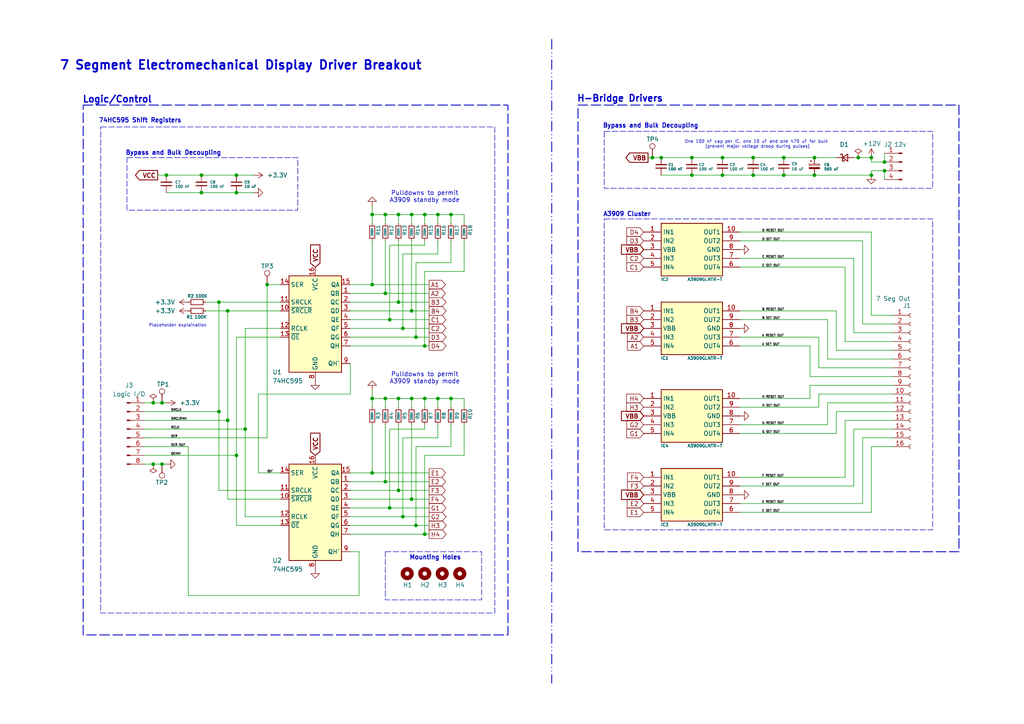
<source format=kicad_sch>
(kicad_sch (version 20250114) (generator "eeschema") (generator_version "9.0")
  (paper "A4")
  (rectangle (start 175.26 63.5) (end 270.51 153.67) (stroke (width 0) (type dash)))
  (rectangle (start 175.26 38.1) (end 270.51 54.61) (stroke (width 0) (type dash)))
  (rectangle (start 24.13 30.48) (end 147.32 184.15) (stroke (width 0.254) (type dash)))
  (rectangle (start 167.64 30.48) (end 278.13 160.02) (stroke (width 0.254) (type dash)))
  (rectangle (start 29.21 36.83) (end 143.51 177.8) (stroke (width 0) (type dash)))
  (rectangle (start 36.83 45.72) (end 86.36 60.96) (stroke (width 0) (type dash)))
  (rectangle (start 111.76 160.02) (end 139.7 173.99) (stroke (width 0) (type dash)))
  (text "Pulldowns to permit\nA3909 standby mode" (at 123.19 109.728 0) (effects (font (size 1.27 1.27) (thickness 0.1588))))
  (text "74HC595 Shift Registers" (at 40.64 35.052 0) (effects (font (size 1.27 1.27) (thickness 0.254) (bold yes))))
  (text "A3909 Cluster" (at 181.864 62.23 0) (effects (font (size 1.27 1.27) (thickness 0.254) (bold yes))))
  (text "7 Segment Electromechanical Display Driver Breakout" (at 69.85 19.05 0) (effects (font (size 2.54 2.54) (thickness 0.508) (bold yes))))
  (text "Placeholder explaination" (at 51.562 94.488 0) (effects (font (size 0.889 0.889) (thickness 0.1111))))
  (text "Bypass and Bulk Decoupling" (at 188.722 36.576 0) (effects (font (size 1.27 1.27) (thickness 0.254) (bold yes))))
  (text "One 100 nF cap per IC, one 10 uF and one 470 uF for bulk \n(prevent major voltage droop during pulses)" (at 219.71 41.91 0) (effects (font (size 0.889 0.889) (thickness 0.1111))))
  (text "Logic/Control" (at 34.036 28.956 0) (effects (font (size 1.905 1.905) (thickness 0.381) (bold yes))))
  (text "Mounting Holes" (at 126.238 161.798 0) (effects (font (size 1.27 1.27) (thickness 0.254) (bold yes))))
  (text "Pulldowns to permit\nA3909 standby mode" (at 123.19 57.15 0) (effects (font (size 1.27 1.27) (thickness 0.1588))))
  (text "Bypass and Bulk Decoupling" (at 50.292 44.45 0) (effects (font (size 1.27 1.27) (thickness 0.254) (bold yes))))
  (text "H-Bridge Drivers" (at 179.832 28.702 0) (effects (font (size 1.905 1.905) (thickness 0.381) (bold yes))))
  (junction (at 66.04 90.17))
  (junction (at 115.57 115.57))
  (junction (at 116.84 95.25))
  (junction (at 44.45 134.62))
  (junction (at 68.58 50.8))
  (junction (at 107.95 62.23))
  (junction (at 256.54 49.53))
  (junction (at 200.66 45.72))
  (junction (at 111.76 115.57))
  (junction (at 227.33 45.72))
  (junction (at 115.57 142.24))
  (junction (at 191.77 45.72))
  (junction (at 71.12 124.46))
  (junction (at 119.38 144.78))
  (junction (at 115.57 87.63))
  (junction (at 48.26 50.8))
  (junction (at 256.54 46.99))
  (junction (at 123.19 62.23))
  (junction (at 119.38 62.23))
  (junction (at 236.22 45.72))
  (junction (at 63.5 87.63))
  (junction (at 123.19 154.94))
  (junction (at 111.76 139.7))
  (junction (at 107.95 82.55))
  (junction (at 111.76 85.09))
  (junction (at 119.38 90.17))
  (junction (at 120.65 97.79))
  (junction (at 218.44 45.72))
  (junction (at 227.33 50.8))
  (junction (at 68.58 55.88))
  (junction (at 58.42 50.8))
  (junction (at 209.55 50.8))
  (junction (at 116.84 149.86))
  (junction (at 218.44 50.8))
  (junction (at 63.5 119.38))
  (junction (at 113.03 147.32))
  (junction (at 123.19 115.57))
  (junction (at 127 115.57))
  (junction (at 107.95 115.57))
  (junction (at 68.58 132.08))
  (junction (at 127 62.23))
  (junction (at 236.22 50.8))
  (junction (at 248.92 45.72))
  (junction (at 200.66 50.8))
  (junction (at 44.45 116.84))
  (junction (at 58.42 55.88))
  (junction (at 107.95 137.16))
  (junction (at 113.03 92.71))
  (junction (at 252.73 50.8))
  (junction (at 130.81 62.23))
  (junction (at 209.55 45.72))
  (junction (at 115.57 62.23))
  (junction (at 120.65 152.4))
  (junction (at 119.38 115.57))
  (junction (at 252.73 45.72))
  (junction (at 66.04 121.92))
  (junction (at 77.47 82.55))
  (junction (at 130.81 115.57))
  (junction (at 189.23 45.72))
  (junction (at 46.99 116.84))
  (junction (at 46.99 134.62))
  (junction (at 123.19 100.33))
  (junction (at 111.76 62.23))
  (wire (pts (xy 111.76 115.57) (xy 115.57 115.57)))
  (wire (pts (xy 234.95 111.76) (xy 259.08 111.76)))
  (wire (pts (xy 113.03 71.12) (xy 123.19 71.12)))
  (wire (pts (xy 71.12 124.46) (xy 71.12 149.86)))
  (wire (pts (xy 111.76 123.19) (xy 111.76 139.7)))
  (wire (pts (xy 120.65 129.54) (xy 120.65 152.4)))
  (wire (pts (xy 127 69.85) (xy 127 73.66)))
  (wire (pts (xy 227.33 45.72) (xy 236.22 45.72)))
  (wire (pts (xy 123.19 115.57) (xy 127 115.57)))
  (wire (pts (xy 101.6 142.24) (xy 115.57 142.24)))
  (wire (pts (xy 214.63 148.59) (xy 252.73 148.59)))
  (wire (pts (xy 250.19 146.05) (xy 250.19 127)))
  (wire (pts (xy 115.57 64.77) (xy 115.57 62.23)))
  (wire (pts (xy 44.45 116.84) (xy 41.91 116.84)))
  (wire (pts (xy 242.57 101.6) (xy 259.08 101.6)))
  (wire (pts (xy 101.6 114.3) (xy 74.93 114.3)))
  (wire (pts (xy 41.91 121.92) (xy 66.04 121.92)))
  (wire (pts (xy 120.65 129.54) (xy 130.81 129.54)))
  (wire (pts (xy 234.95 109.22) (xy 259.08 109.22)))
  (wire (pts (xy 227.33 50.8) (xy 218.44 50.8)))
  (wire (pts (xy 252.73 91.44) (xy 259.08 91.44)))
  (wire (pts (xy 240.03 92.71) (xy 240.03 104.14)))
  (wire (pts (xy 63.5 119.38) (xy 63.5 142.24)))
  (wire (pts (xy 234.95 115.57) (xy 234.95 111.76)))
  (wire (pts (xy 234.95 100.33) (xy 234.95 109.22)))
  (wire (pts (xy 111.76 139.7) (xy 124.46 139.7)))
  (wire (pts (xy 214.63 74.93) (xy 247.65 74.93)))
  (wire (pts (xy 123.19 115.57) (xy 123.19 118.11)))
  (wire (pts (xy 66.04 144.78) (xy 81.28 144.78)))
  (wire (pts (xy 191.77 45.72) (xy 200.66 45.72)))
  (wire (pts (xy 119.38 62.23) (xy 123.19 62.23)))
  (wire (pts (xy 101.6 139.7) (xy 111.76 139.7)))
  (wire (pts (xy 45.72 50.8) (xy 48.26 50.8)))
  (wire (pts (xy 101.6 160.02) (xy 104.14 160.02)))
  (wire (pts (xy 214.63 90.17) (xy 242.57 90.17)))
  (wire (pts (xy 214.63 140.97) (xy 247.65 140.97)))
  (wire (pts (xy 101.6 152.4) (xy 120.65 152.4)))
  (wire (pts (xy 44.45 134.62) (xy 41.91 134.62)))
  (wire (pts (xy 101.6 147.32) (xy 113.03 147.32)))
  (wire (pts (xy 214.63 77.47) (xy 245.11 77.47)))
  (wire (pts (xy 236.22 45.72) (xy 242.57 45.72)))
  (wire (pts (xy 59.69 87.63) (xy 63.5 87.63)))
  (wire (pts (xy 111.76 62.23) (xy 111.76 64.77)))
  (wire (pts (xy 245.11 77.47) (xy 245.11 99.06)))
  (wire (pts (xy 58.42 50.8) (xy 68.58 50.8)))
  (wire (pts (xy 116.84 73.66) (xy 116.84 95.25)))
  (wire (pts (xy 245.11 138.43) (xy 245.11 121.92)))
  (wire (pts (xy 71.12 95.25) (xy 71.12 124.46)))
  (wire (pts (xy 252.73 49.53) (xy 252.73 50.8)))
  (wire (pts (xy 101.6 149.86) (xy 116.84 149.86)))
  (wire (pts (xy 130.81 62.23) (xy 130.81 64.77)))
  (wire (pts (xy 237.49 106.68) (xy 259.08 106.68)))
  (wire (pts (xy 252.73 45.72) (xy 248.92 45.72)))
  (wire (pts (xy 214.63 100.33) (xy 234.95 100.33)))
  (wire (pts (xy 130.81 62.23) (xy 134.62 62.23)))
  (wire (pts (xy 209.55 45.72) (xy 200.66 45.72)))
  (wire (pts (xy 115.57 62.23) (xy 119.38 62.23)))
  (wire (pts (xy 123.19 132.08) (xy 134.62 132.08)))
  (wire (pts (xy 209.55 45.72) (xy 218.44 45.72)))
  (wire (pts (xy 101.6 92.71) (xy 113.03 92.71)))
  (wire (pts (xy 127 62.23) (xy 130.81 62.23)))
  (wire (pts (xy 242.57 125.73) (xy 242.57 119.38)))
  (wire (pts (xy 101.6 154.94) (xy 123.19 154.94)))
  (wire (pts (xy 123.19 123.19) (xy 123.19 124.46)))
  (wire (pts (xy 242.57 90.17) (xy 242.57 101.6)))
  (wire (pts (xy 130.81 76.2) (xy 130.81 69.85)))
  (wire (pts (xy 119.38 144.78) (xy 124.46 144.78)))
  (wire (pts (xy 119.38 62.23) (xy 119.38 64.77)))
  (wire (pts (xy 77.47 82.55) (xy 77.47 127)))
  (wire (pts (xy 130.81 129.54) (xy 130.81 123.19)))
  (wire (pts (xy 250.19 127) (xy 259.08 127)))
  (wire (pts (xy 123.19 62.23) (xy 123.19 64.77)))
  (wire (pts (xy 209.55 50.8) (xy 218.44 50.8)))
  (wire (pts (xy 101.6 97.79) (xy 120.65 97.79)))
  (wire (pts (xy 191.77 50.8) (xy 200.66 50.8)))
  (wire (pts (xy 107.95 69.85) (xy 107.95 82.55)))
  (wire (pts (xy 101.6 85.09) (xy 111.76 85.09)))
  (wire (pts (xy 101.6 144.78) (xy 119.38 144.78)))
  (wire (pts (xy 59.69 90.17) (xy 66.04 90.17)))
  (wire (pts (xy 227.33 50.8) (xy 236.22 50.8)))
  (wire (pts (xy 123.19 71.12) (xy 123.19 69.85)))
  (wire (pts (xy 240.03 104.14) (xy 259.08 104.14)))
  (wire (pts (xy 123.19 100.33) (xy 124.46 100.33)))
  (wire (pts (xy 252.73 67.31) (xy 252.73 91.44)))
  (wire (pts (xy 130.81 115.57) (xy 134.62 115.57)))
  (wire (pts (xy 127 62.23) (xy 127 64.77)))
  (wire (pts (xy 214.63 138.43) (xy 245.11 138.43)))
  (wire (pts (xy 107.95 137.16) (xy 124.46 137.16)))
  (wire (pts (xy 107.95 59.69) (xy 107.95 62.23)))
  (wire (pts (xy 41.91 124.46) (xy 71.12 124.46)))
  (wire (pts (xy 214.63 92.71) (xy 240.03 92.71)))
  (wire (pts (xy 127 127) (xy 127 123.19)))
  (wire (pts (xy 107.95 115.57) (xy 111.76 115.57)))
  (wire (pts (xy 107.95 82.55) (xy 124.46 82.55)))
  (wire (pts (xy 48.26 55.88) (xy 58.42 55.88)))
  (wire (pts (xy 256.54 49.53) (xy 256.54 52.07)))
  (wire (pts (xy 227.33 45.72) (xy 218.44 45.72)))
  (wire (pts (xy 63.5 87.63) (xy 81.28 87.63)))
  (wire (pts (xy 120.65 76.2) (xy 120.65 97.79)))
  (wire (pts (xy 101.6 105.41) (xy 101.6 114.3)))
  (wire (pts (xy 130.81 115.57) (xy 130.81 118.11)))
  (wire (pts (xy 237.49 97.79) (xy 237.49 106.68)))
  (wire (pts (xy 245.11 121.92) (xy 259.08 121.92)))
  (wire (pts (xy 58.42 55.88) (xy 68.58 55.88)))
  (wire (pts (xy 111.76 85.09) (xy 124.46 85.09)))
  (wire (pts (xy 46.99 134.62) (xy 44.45 134.62)))
  (wire (pts (xy 41.91 119.38) (xy 63.5 119.38)))
  (wire (pts (xy 104.14 172.72) (xy 54.61 172.72)))
  (wire (pts (xy 248.92 45.72) (xy 247.65 45.72)))
  (wire (pts (xy 120.65 152.4) (xy 124.46 152.4)))
  (wire (pts (xy 77.47 82.55) (xy 81.28 82.55)))
  (wire (pts (xy 115.57 115.57) (xy 119.38 115.57)))
  (wire (pts (xy 46.99 116.84) (xy 44.45 116.84)))
  (wire (pts (xy 214.63 118.11) (xy 237.49 118.11)))
  (wire (pts (xy 242.57 119.38) (xy 259.08 119.38)))
  (wire (pts (xy 101.6 95.25) (xy 116.84 95.25)))
  (wire (pts (xy 111.76 115.57) (xy 111.76 118.11)))
  (wire (pts (xy 187.96 45.72) (xy 189.23 45.72)))
  (wire (pts (xy 101.6 137.16) (xy 107.95 137.16)))
  (wire (pts (xy 74.93 114.3) (xy 74.93 137.16)))
  (wire (pts (xy 104.14 160.02) (xy 104.14 172.72)))
  (wire (pts (xy 115.57 142.24) (xy 124.46 142.24)))
  (wire (pts (xy 63.5 142.24) (xy 81.28 142.24)))
  (wire (pts (xy 247.65 74.93) (xy 247.65 96.52)))
  (wire (pts (xy 66.04 144.78) (xy 66.04 121.92)))
  (wire (pts (xy 107.95 62.23) (xy 111.76 62.23)))
  (wire (pts (xy 115.57 87.63) (xy 124.46 87.63)))
  (wire (pts (xy 214.63 69.85) (xy 250.19 69.85)))
  (wire (pts (xy 73.66 55.88) (xy 68.58 55.88)))
  (wire (pts (xy 256.54 44.45) (xy 256.54 46.99)))
  (wire (pts (xy 119.38 115.57) (xy 119.38 118.11)))
  (wire (pts (xy 116.84 73.66) (xy 127 73.66)))
  (wire (pts (xy 111.76 69.85) (xy 111.76 85.09)))
  (wire (pts (xy 113.03 71.12) (xy 113.03 92.71)))
  (wire (pts (xy 119.38 90.17) (xy 124.46 90.17)))
  (wire (pts (xy 115.57 123.19) (xy 115.57 142.24)))
  (wire (pts (xy 107.95 64.77) (xy 107.95 62.23)))
  (wire (pts (xy 134.62 132.08) (xy 134.62 123.19)))
  (wire (pts (xy 214.63 146.05) (xy 250.19 146.05)))
  (wire (pts (xy 119.38 69.85) (xy 119.38 90.17)))
  (wire (pts (xy 120.65 97.79) (xy 124.46 97.79)))
  (polyline (pts (xy 160.02 11.43) (xy 160.02 198.12)) (stroke (width 0.254) (type dash_dot_dot)))
  (wire (pts (xy 68.58 50.8) (xy 73.66 50.8)))
  (wire (pts (xy 245.11 99.06) (xy 259.08 99.06)))
  (wire (pts (xy 127 115.57) (xy 130.81 115.57)))
  (wire (pts (xy 113.03 124.46) (xy 123.19 124.46)))
  (wire (pts (xy 134.62 78.74) (xy 123.19 78.74)))
  (wire (pts (xy 54.61 172.72) (xy 54.61 129.54)))
  (wire (pts (xy 116.84 149.86) (xy 124.46 149.86)))
  (wire (pts (xy 123.19 154.94) (xy 124.46 154.94)))
  (wire (pts (xy 250.19 93.98) (xy 259.08 93.98)))
  (wire (pts (xy 214.63 115.57) (xy 234.95 115.57)))
  (wire (pts (xy 256.54 46.99) (xy 252.73 46.99)))
  (wire (pts (xy 116.84 127) (xy 127 127)))
  (wire (pts (xy 113.03 124.46) (xy 113.03 147.32)))
  (wire (pts (xy 107.95 118.11) (xy 107.95 115.57)))
  (wire (pts (xy 111.76 62.23) (xy 115.57 62.23)))
  (wire (pts (xy 252.73 50.8) (xy 236.22 50.8)))
  (wire (pts (xy 71.12 95.25) (xy 81.28 95.25)))
  (wire (pts (xy 252.73 148.59) (xy 252.73 129.54)))
  (wire (pts (xy 115.57 115.57) (xy 115.57 118.11)))
  (wire (pts (xy 247.65 140.97) (xy 247.65 124.46)))
  (wire (pts (xy 134.62 62.23) (xy 134.62 64.77)))
  (wire (pts (xy 54.61 129.54) (xy 41.91 129.54)))
  (wire (pts (xy 113.03 147.32) (xy 124.46 147.32)))
  (wire (pts (xy 48.26 50.8) (xy 58.42 50.8)))
  (wire (pts (xy 134.62 78.74) (xy 134.62 69.85)))
  (wire (pts (xy 127 115.57) (xy 127 118.11)))
  (wire (pts (xy 115.57 69.85) (xy 115.57 87.63)))
  (wire (pts (xy 134.62 115.57) (xy 134.62 118.11)))
  (wire (pts (xy 77.47 127) (xy 41.91 127)))
  (wire (pts (xy 101.6 82.55) (xy 107.95 82.55)))
  (wire (pts (xy 123.19 78.74) (xy 123.19 100.33)))
  (wire (pts (xy 237.49 114.3) (xy 259.08 114.3)))
  (wire (pts (xy 119.38 123.19) (xy 119.38 144.78)))
  (wire (pts (xy 120.65 76.2) (xy 130.81 76.2)))
  (wire (pts (xy 214.63 123.19) (xy 240.03 123.19)))
  (wire (pts (xy 101.6 100.33) (xy 123.19 100.33)))
  (wire (pts (xy 68.58 97.79) (xy 81.28 97.79)))
  (wire (pts (xy 66.04 90.17) (xy 81.28 90.17)))
  (wire (pts (xy 123.19 62.23) (xy 127 62.23)))
  (wire (pts (xy 101.6 87.63) (xy 115.57 87.63)))
  (wire (pts (xy 256.54 49.53) (xy 252.73 49.53)))
  (wire (pts (xy 41.91 132.08) (xy 68.58 132.08)))
  (wire (pts (xy 252.73 129.54) (xy 259.08 129.54)))
  (wire (pts (xy 250.19 69.85) (xy 250.19 93.98)))
  (wire (pts (xy 214.63 125.73) (xy 242.57 125.73)))
  (wire (pts (xy 247.65 96.52) (xy 259.08 96.52)))
  (wire (pts (xy 116.84 95.25) (xy 124.46 95.25)))
  (wire (pts (xy 113.03 92.71) (xy 124.46 92.71)))
  (wire (pts (xy 209.55 50.8) (xy 200.66 50.8)))
  (wire (pts (xy 214.63 97.79) (xy 237.49 97.79)))
  (wire (pts (xy 68.58 132.08) (xy 68.58 152.4)))
  (wire (pts (xy 189.23 45.72) (xy 191.77 45.72)))
  (wire (pts (xy 101.6 90.17) (xy 119.38 90.17)))
  (wire (pts (xy 240.03 123.19) (xy 240.03 116.84)))
  (wire (pts (xy 237.49 118.11) (xy 237.49 114.3)))
  (wire (pts (xy 71.12 149.86) (xy 81.28 149.86)))
  (wire (pts (xy 46.99 116.84) (xy 48.26 116.84)))
  (wire (pts (xy 119.38 115.57) (xy 123.19 115.57)))
  (wire (pts (xy 247.65 124.46) (xy 259.08 124.46)))
  (wire (pts (xy 252.73 46.99) (xy 252.73 45.72)))
  (wire (pts (xy 107.95 123.19) (xy 107.95 137.16)))
  (wire (pts (xy 66.04 90.17) (xy 66.04 121.92)))
  (wire (pts (xy 68.58 152.4) (xy 81.28 152.4)))
  (wire (pts (xy 68.58 97.79) (xy 68.58 132.08)))
  (wire (pts (xy 240.03 116.84) (xy 259.08 116.84)))
  (wire (pts (xy 63.5 119.38) (xy 63.5 87.63)))
  (wire (pts (xy 48.26 134.62) (xy 46.99 134.62)))
  (wire (pts (xy 123.19 132.08) (xy 123.19 154.94)))
  (wire (pts (xy 214.63 67.31) (xy 252.73 67.31)))
  (wire (pts (xy 74.93 137.16) (xy 81.28 137.16)))
  (wire (pts (xy 107.95 113.03) (xy 107.95 115.57)))
  (wire (pts (xy 116.84 127) (xy 116.84 149.86)))
  (label "SER OUT" (at 49.53 129.54 0) (effects (font (size 0.635 0.635))))
  (label "H RESET OUT" (at 220.98 115.57 0) (effects (font (size 0.635 0.635))))
  (label "RCLK" (at 49.53 124.46 0) (effects (font (size 0.635 0.635))))
  (label "F SET OUT" (at 220.98 140.97 0) (effects (font (size 0.635 0.635))))
  (label "QH'" (at 77.47 137.16 0) (effects (font (size 0.635 0.635))))
  (label "A RESET OUT" (at 220.98 97.79 0) (effects (font (size 0.635 0.635))))
  (label "B SET OUT" (at 220.98 92.71 0) (effects (font (size 0.635 0.635))))
  (label "OEINV" (at 49.53 132.08 0) (effects (font (size 0.635 0.635))))
  (label "A SET OUT" (at 220.98 100.33 0) (effects (font (size 0.635 0.635))))
  (label "SER" (at 49.53 127 0) (effects (font (size 0.635 0.635))))
  (label "G SET OUT" (at 220.98 125.73 0) (effects (font (size 0.635 0.635))))
  (label "G RESET OUT" (at 220.98 123.19 0) (effects (font (size 0.635 0.635))))
  (label "E RESET OUT" (at 220.98 146.05 0) (effects (font (size 0.635 0.635))))
  (label "H SET OUT" (at 220.98 118.11 0) (effects (font (size 0.635 0.635))))
  (label "E SET OUT" (at 220.98 148.59 0) (effects (font (size 0.635 0.635))))
  (label "C SET OUT" (at 220.98 77.47 0) (effects (font (size 0.635 0.635))))
  (label "B RESET OUT" (at 220.98 90.17 0) (effects (font (size 0.635 0.635))))
  (label "C RESET OUT" (at 220.98 74.93 0) (effects (font (size 0.635 0.635))))
  (label "D RESET OUT" (at 220.98 67.31 0) (effects (font (size 0.635 0.635))))
  (label "F RESET OUT" (at 220.98 138.43 0) (effects (font (size 0.635 0.635))))
  (label "D SET OUT" (at 220.98 69.85 0) (effects (font (size 0.635 0.635))))
  (label "SRCLRINV" (at 49.53 121.92 0) (effects (font (size 0.635 0.635))))
  (label "SRCLK" (at 49.53 119.38 0) (effects (font (size 0.635 0.635))))
  (global_label "F3" (shape output) (at 124.46 142.24 0) (property "Intersheetrefs" "${INTERSHEET_REFS}" (effects (hide yes))))
  (global_label "G1" (shape input) (at 186.69 125.73 180) (property "Intersheetrefs" "${INTERSHEET_REFS}" (effects (hide yes))))
  (global_label "E2" (shape input) (at 186.69 146.05 180) (property "Intersheetrefs" "${INTERSHEET_REFS}" (effects (hide yes))))
  (global_label "H3" (shape output) (at 124.46 152.4 0) (property "Intersheetrefs" "${INTERSHEET_REFS}" (effects (hide yes))))
  (global_label "B4" (shape input) (at 186.69 90.17 180) (property "Intersheetrefs" "${INTERSHEET_REFS}" (effects (hide yes))))
  (global_label "B3" (shape output) (at 124.46 87.63 0) (property "Intersheetrefs" "${INTERSHEET_REFS}" (effects (hide yes))))
  (global_label "C1" (shape input) (at 186.69 77.47 180) (property "Intersheetrefs" "${INTERSHEET_REFS}" (effects (hide yes))))
  (global_label "F4" (shape input) (at 186.69 138.43 180) (property "Intersheetrefs" "${INTERSHEET_REFS}" (effects (hide yes))))
  (global_label "F3" (shape input) (at 186.69 140.97 180) (property "Intersheetrefs" "${INTERSHEET_REFS}" (effects (hide yes))))
  (global_label "VCC" (shape input) (at 91.44 77.47 90) (effects (font (thickness 0.254) (bold yes))) (property "Intersheetrefs" "${INTERSHEET_REFS}" (effects (hide yes))))
  (global_label "VCC" (shape input) (at 91.44 132.08 90) (effects (font (thickness 0.254) (bold yes))) (property "Intersheetrefs" "${INTERSHEET_REFS}" (effects (hide yes))))
  (global_label "VBB" (shape input) (at 186.69 143.51 180) (effects (font (thickness 0.254) (bold yes))) (property "Intersheetrefs" "${INTERSHEET_REFS}" (effects (hide yes))))
  (global_label "A1" (shape input) (at 186.69 100.33 180) (property "Intersheetrefs" "${INTERSHEET_REFS}" (effects (hide yes))))
  (global_label "H3" (shape input) (at 186.69 118.11 180) (property "Intersheetrefs" "${INTERSHEET_REFS}" (effects (hide yes))))
  (global_label "VBB" (shape input) (at 186.69 72.39 180) (effects (font (thickness 0.254) (bold yes))) (property "Intersheetrefs" "${INTERSHEET_REFS}" (effects (hide yes))))
  (global_label "D3" (shape output) (at 124.46 97.79 0) (property "Intersheetrefs" "${INTERSHEET_REFS}" (effects (hide yes))))
  (global_label "VBB" (shape input) (at 186.69 120.65 180) (effects (font (thickness 0.254) (bold yes))) (property "Intersheetrefs" "${INTERSHEET_REFS}" (effects (hide yes))))
  (global_label "C2" (shape output) (at 124.46 95.25 0) (property "Intersheetrefs" "${INTERSHEET_REFS}" (effects (hide yes))))
  (global_label "E1" (shape output) (at 124.46 137.16 0) (property "Intersheetrefs" "${INTERSHEET_REFS}" (effects (hide yes))))
  (global_label "E2" (shape output) (at 124.46 139.7 0) (property "Intersheetrefs" "${INTERSHEET_REFS}" (effects (hide yes))))
  (global_label "B4" (shape output) (at 124.46 90.17 0) (property "Intersheetrefs" "${INTERSHEET_REFS}" (effects (hide yes))))
  (global_label "D3" (shape input) (at 186.69 69.85 180) (property "Intersheetrefs" "${INTERSHEET_REFS}" (effects (hide yes))))
  (global_label "E1" (shape input) (at 186.69 148.59 180) (property "Intersheetrefs" "${INTERSHEET_REFS}" (effects (hide yes))))
  (global_label "G2" (shape output) (at 124.46 149.86 0) (property "Intersheetrefs" "${INTERSHEET_REFS}" (effects (hide yes))))
  (global_label "F4" (shape output) (at 124.46 144.78 0) (property "Intersheetrefs" "${INTERSHEET_REFS}" (effects (hide yes))))
  (global_label "D4" (shape input) (at 186.69 67.31 180) (property "Intersheetrefs" "${INTERSHEET_REFS}" (effects (hide yes))))
  (global_label "A2" (shape output) (at 124.46 85.09 0) (property "Intersheetrefs" "${INTERSHEET_REFS}" (effects (hide yes))))
  (global_label "A2" (shape input) (at 186.69 97.79 180) (property "Intersheetrefs" "${INTERSHEET_REFS}" (effects (hide yes))))
  (global_label "G2" (shape input) (at 186.69 123.19 180) (property "Intersheetrefs" "${INTERSHEET_REFS}" (effects (hide yes))))
  (global_label "A1" (shape output) (at 124.46 82.55 0) (property "Intersheetrefs" "${INTERSHEET_REFS}" (effects (hide yes))))
  (global_label "H4" (shape input) (at 186.69 115.57 180) (property "Intersheetrefs" "${INTERSHEET_REFS}" (effects (hide yes))))
  (global_label "C1" (shape output) (at 124.46 92.71 0) (property "Intersheetrefs" "${INTERSHEET_REFS}" (effects (hide yes))))
  (global_label "D4" (shape output) (at 124.46 100.33 0) (property "Intersheetrefs" "${INTERSHEET_REFS}" (effects (hide yes))))
  (global_label "B3" (shape input) (at 186.69 92.71 180) (property "Intersheetrefs" "${INTERSHEET_REFS}" (effects (hide yes))))
  (global_label "VBB" (shape output) (at 187.96 45.72 180) (effects (font (thickness 0.254) (bold yes))) (property "Intersheetrefs" "${INTERSHEET_REFS}" (effects (hide yes))))
  (global_label "VCC" (shape output) (at 45.72 50.8 180) (effects (font (thickness 0.254) (bold yes))) (property "Intersheetrefs" "${INTERSHEET_REFS}" (effects (hide yes))))
  (global_label "G1" (shape output) (at 124.46 147.32 0) (property "Intersheetrefs" "${INTERSHEET_REFS}" (effects (hide yes))))
  (global_label "H4" (shape output) (at 124.46 154.94 0) (property "Intersheetrefs" "${INTERSHEET_REFS}" (effects (hide yes))))
  (global_label "VBB" (shape input) (at 186.69 95.25 180) (effects (font (thickness 0.254) (bold yes))) (property "Intersheetrefs" "${INTERSHEET_REFS}" (effects (hide yes))))
  (global_label "C2" (shape input) (at 186.69 74.93 180) (property "Intersheetrefs" "${INTERSHEET_REFS}" (effects (hide yes))))
  (symbol (lib_id "Mechanical:MountingHole") (at 133.35 166.37 0) (unit 1) (in_bom no)
    (property "Reference" "H4" (at 132.08 169.672 0) (effects (justify left)))
    (property "Value" "MountingHole" (effects (hide yes)))
    (property "Footprint" "MountingHole:MountingHole_2.2mm_M2" (effects (hide yes)))
    (property "Description" "Mounting Hole without connection" (effects (hide yes)))
  )
  (symbol (lib_id "Connector:TestPoint") (at 46.99 134.62 0) (mirror x) (unit 1) (in_bom no)
    (property "Reference" "TP2" (at 48.768 139.954 0) (effects (justify right)))
    (property "Value" "GND" (effects (hide yes)))
    (property "Footprint" "TestPoint:TestPoint_Pad_D1.5mm" (effects (hide yes)))
    (property "Description" "ground test point" (effects (hide yes)))
  )
  (symbol (lib_id "power:GND") (at 73.66 55.88 90) (unit 1)
    (property "Reference" "#PWR019" (effects (hide yes)))
    (property "Value" "GND" (effects (hide yes)))
    (property "Description" "Power symbol creates a global label with name \"GND\" , ground" (effects (hide yes)))
  )
  (symbol (lib_id "power:+3.3V") (at 48.26 116.84 270) (unit 1)
    (property "Reference" "#PWR01" (effects (hide yes)))
    (property "Value" "+3.3V" (at 52.07 116.8399 90) (effects (justify left)))
    (property "Description" "Power symbol creates a global label with name \"+3.3V\"" (effects (hide yes)))
  )
  (symbol (lib_id "Device:C_Small") (at 191.77 48.26 180) (unit 1)
    (property "Reference" "C1" (at 193.802 47.752 0) (effects (font (size 0.762 0.762)) (justify right)))
    (property "Value" "100 nF" (at 193.802 49.022 0) (effects (font (size 0.762 0.762)) (justify right)))
    (property "Footprint" "Capacitor_SMD:C_0402_1005Metric" (effects (hide yes)))
    (property "Datasheet" "https://www.lcsc.com/datasheet/C155422.pdf" (effects (hide yes)))
    (property "Description" "Unpolarized capacitor, small symbol" (effects (hide yes)))
    (property "Manufacturer part #" "CL05B104KA5NNNC" (effects (hide yes)))
    (property "JLPCB part #" "C155422" (effects (hide yes)))
    (property "Comment" "CAP CER 100nF 25V X7R 0402" (effects (hide yes)))
    (property "Designator" "C1-4,C7,C8" (effects (hide yes)))
    (property "LCSC" "C155422" (effects (hide yes)))
  )
  (symbol (lib_id "Device:R_Small") (at 115.57 120.65 0) (unit 1)
    (property "Reference" "R5" (at 117.348 121.666 90) (effects (font (size 1.016 1.016)) (justify left)))
    (property "Value" "200K" (at 115.57 121.92 90) (effects (font (size 0.635 0.635)) (justify left)))
    (property "Footprint" "Resistor_SMD:R_0402_1005Metric" (effects (hide yes)))
    (property "Datasheet" "https://www.lcsc.com/datasheet/C25764.pdf" (effects (hide yes)))
    (property "Description" "Resistor, small symbol" (effects (hide yes)))
    (property "JLPCB part #" "C25764" (effects (hide yes)))
    (property "Manufacturer part #" "0402WGF2003TCE" (effects (hide yes)))
    (property "Comment" "RES 200kΩ ±1% 62.5mW 0402" (effects (hide yes)))
    (property "Designator" "R3-R18" (effects (hide yes)))
    (property "LCSC" "C25764" (effects (hide yes)))
  )
  (symbol (lib_id "Device:R_Small") (at 111.76 67.31 0) (unit 1)
    (property "Reference" "R12" (at 113.538 68.326 90) (effects (font (size 1.016 1.016)) (justify left)))
    (property "Value" "200K" (at 111.76 68.58 90) (effects (font (size 0.635 0.635)) (justify left)))
    (property "Footprint" "Resistor_SMD:R_0402_1005Metric" (effects (hide yes)))
    (property "Datasheet" "https://www.lcsc.com/datasheet/C25764.pdf" (effects (hide yes)))
    (property "Description" "Resistor, small symbol" (effects (hide yes)))
    (property "JLPCB part #" "C25764" (effects (hide yes)))
    (property "Manufacturer part #" "0402WGF2003TCE" (effects (hide yes)))
    (property "Comment" "RES 200kΩ ±1% 62.5mW 0402" (effects (hide yes)))
    (property "Designator" "R3-R18" (effects (hide yes)))
    (property "LCSC" "C25764" (effects (hide yes)))
  )
  (symbol (lib_id "Device:R_Small") (at 134.62 67.31 0) (unit 1)
    (property "Reference" "R18" (at 136.398 68.326 90) (effects (font (size 1.016 1.016)) (justify left)))
    (property "Value" "200K" (at 134.62 68.58 90) (effects (font (size 0.635 0.635)) (justify left)))
    (property "Footprint" "Resistor_SMD:R_0402_1005Metric" (effects (hide yes)))
    (property "Datasheet" "https://www.lcsc.com/datasheet/C25764.pdf" (effects (hide yes)))
    (property "Description" "Resistor, small symbol" (effects (hide yes)))
    (property "JLPCB part #" "C25764" (effects (hide yes)))
    (property "Manufacturer part #" "0402WGF2003TCE" (effects (hide yes)))
    (property "Comment" "RES 200kΩ ±1% 62.5mW 0402" (effects (hide yes)))
    (property "Designator" "R3-R18" (effects (hide yes)))
    (property "LCSC" "C25764" (effects (hide yes)))
  )
  (symbol (lib_id "Device:R_Small") (at 130.81 120.65 0) (unit 1)
    (property "Reference" "R9" (at 132.588 121.666 90) (effects (font (size 1.016 1.016)) (justify left)))
    (property "Value" "200K" (at 130.81 121.92 90) (effects (font (size 0.635 0.635)) (justify left)))
    (property "Footprint" "Resistor_SMD:R_0402_1005Metric" (effects (hide yes)))
    (property "Datasheet" "https://www.lcsc.com/datasheet/C25764.pdf" (effects (hide yes)))
    (property "Description" "Resistor, small symbol" (effects (hide yes)))
    (property "JLPCB part #" "C25764" (effects (hide yes)))
    (property "Manufacturer part #" "0402WGF2003TCE" (effects (hide yes)))
    (property "Comment" "RES 200kΩ ±1% 62.5mW 0402" (effects (hide yes)))
    (property "Designator" "R3-R18" (effects (hide yes)))
    (property "LCSC" "C25764" (effects (hide yes)))
  )
  (symbol (lib_id "power:+12V") (at 252.73 45.72 0) (unit 1)
    (property "Reference" "#PWR015" (effects (hide yes)))
    (property "Value" "+12V" (at 250.19 41.656 0) (effects (justify left)))
    (property "Description" "Power symbol creates a global label with name \"+12V\"" (effects (hide yes)))
  )
  (symbol (lib_id "Device:R_Small") (at 123.19 120.65 0) (unit 1)
    (property "Reference" "R7" (at 124.968 121.666 90) (effects (font (size 1.016 1.016)) (justify left)))
    (property "Value" "200K" (at 123.19 121.92 90) (effects (font (size 0.635 0.635)) (justify left)))
    (property "Footprint" "Resistor_SMD:R_0402_1005Metric" (effects (hide yes)))
    (property "Datasheet" "https://www.lcsc.com/datasheet/C25764.pdf" (effects (hide yes)))
    (property "Description" "Resistor, small symbol" (effects (hide yes)))
    (property "JLPCB part #" "C25764" (effects (hide yes)))
    (property "Manufacturer part #" "0402WGF2003TCE" (effects (hide yes)))
    (property "Comment" "RES 200kΩ ±1% 62.5mW 0402" (effects (hide yes)))
    (property "Designator" "R3-R18" (effects (hide yes)))
    (property "LCSC" "C25764" (effects (hide yes)))
  )
  (symbol (lib_id "power:GND") (at 107.95 113.03 180) (unit 1)
    (property "Reference" "#PWR014" (effects (hide yes)))
    (property "Value" "GND" (effects (hide yes)))
    (property "Description" "Power symbol creates a global label with name \"GND\" , ground" (effects (hide yes)))
  )
  (symbol (lib_id "Device:R_Small") (at 107.95 120.65 0) (unit 1)
    (property "Reference" "R3" (at 109.728 121.666 90) (effects (font (size 1.016 1.016)) (justify left)))
    (property "Value" "200K" (at 107.95 121.92 90) (effects (font (size 0.635 0.635)) (justify left)))
    (property "Footprint" "Resistor_SMD:R_0402_1005Metric" (effects (hide yes)))
    (property "Datasheet" "https://www.lcsc.com/datasheet/C25764.pdf" (effects (hide yes)))
    (property "Description" "Resistor, small symbol" (effects (hide yes)))
    (property "JLPCB part #" "C25764" (effects (hide yes)))
    (property "Manufacturer part #" "0402WGF2003TCE" (effects (hide yes)))
    (property "Comment" "RES 200kΩ ±1% 62.5mW 0402" (effects (hide yes)))
    (property "Designator" "R3-R18" (effects (hide yes)))
    (property "LCSC" "C25764" (effects (hide yes)))
  )
  (symbol (lib_id "power:GND") (at 107.95 59.69 180) (unit 1)
    (property "Reference" "#PWR013" (effects (hide yes)))
    (property "Value" "GND" (effects (hide yes)))
    (property "Description" "Power symbol creates a global label with name \"GND\" , ground" (effects (hide yes)))
  )
  (symbol (lib_id "Device:R_Small") (at 119.38 120.65 0) (unit 1)
    (property "Reference" "R6" (at 121.158 121.666 90) (effects (font (size 1.016 1.016)) (justify left)))
    (property "Value" "200K" (at 119.38 121.92 90) (effects (font (size 0.635 0.635)) (justify left)))
    (property "Footprint" "Resistor_SMD:R_0402_1005Metric" (effects (hide yes)))
    (property "Datasheet" "https://www.lcsc.com/datasheet/C25764.pdf" (effects (hide yes)))
    (property "Description" "Resistor, small symbol" (effects (hide yes)))
    (property "JLPCB part #" "C25764" (effects (hide yes)))
    (property "Manufacturer part #" "0402WGF2003TCE" (effects (hide yes)))
    (property "Comment" "RES 200kΩ ±1% 62.5mW 0402" (effects (hide yes)))
    (property "Designator" "R3-R18" (effects (hide yes)))
    (property "LCSC" "C25764" (effects (hide yes)))
  )
  (symbol (lib_id "Device:R_Small") (at 134.62 120.65 0) (unit 1)
    (property "Reference" "R10" (at 136.398 121.666 90) (effects (font (size 1.016 1.016)) (justify left)))
    (property "Value" "200K" (at 134.62 121.92 90) (effects (font (size 0.635 0.635)) (justify left)))
    (property "Footprint" "Resistor_SMD:R_0402_1005Metric" (effects (hide yes)))
    (property "Datasheet" "https://www.lcsc.com/datasheet/C25764.pdf" (effects (hide yes)))
    (property "Description" "Resistor, small symbol" (effects (hide yes)))
    (property "JLPCB part #" "C25764" (effects (hide yes)))
    (property "Manufacturer part #" "0402WGF2003TCE" (effects (hide yes)))
    (property "Comment" "RES 200kΩ ±1% 62.5mW 0402" (effects (hide yes)))
    (property "Designator" "R3-R18" (effects (hide yes)))
    (property "LCSC" "C25764" (effects (hide yes)))
  )
  (symbol (lib_id "power:GND") (at 91.44 165.1 0) (mirror y) (unit 1)
    (property "Reference" "#PWR06" (effects (hide yes)))
    (property "Value" "GND" (effects (hide yes)))
    (property "Description" "Power symbol creates a global label with name \"GND\" , ground" (effects (hide yes)))
  )
  (symbol (lib_id "A3909GLNTR-T:A3909GLNTR-T") (at 186.69 67.31 0) (unit 1)
    (property "Reference" "IC2" (at 192.786 81.026 0) (effects (font (size 0.889 0.889))))
    (property "Value" "A3909GLNTR-T" (at 204.47 81.026 0) (effects (font (size 0.889 0.889))))
    (property "Footprint" "KiCad:SOP100P600X175-10N" (effects (hide yes)))
    (property "Datasheet" "http://www.allegromicro.com/~/media/files/datasheets/a3909-datasheet.pdf" (effects (hide yes)))
    (property "Description" "Low Voltage Dual Full-Bridge Motor Driver" (effects (hide yes)))
    (property "Height" "1.75" (effects (hide yes)))
    (property "Mouser Part Number" "250-A3909GLNTR-T" (effects (hide yes)))
    (property "Mouser Price/Stock" "https://www.mouser.co.uk/ProductDetail/Allegro-MicroSystems/A3909GLNTR-T?qs=pUKx8fyJudC%252BMGD7t6mLWQ%3D%3D" (effects (hide yes)))
    (property "Manufacturer_Name" "Allegro Microsystems" (effects (hide yes)))
    (property "Manufacturer_Part_Number" "A3909GLNTR-T" (effects (hide yes)))
    (property "JLPCB part #" "C2653462" (effects (hide yes)))
    (property "Manufacturer part #" "A3909GLNTR-T" (effects (hide yes)))
    (property "Comment" "A3909GLNTR-T SSOP-10-150mil Full Half-Bridge (H Bridge) Drivers RoHS" (effects (hide yes)))
    (property "Designator" "IC1-IC4" (effects (hide yes)))
    (property "LCSC" "C2653462" (effects (hide yes)))
  )
  (symbol (lib_id "power:GND") (at 252.73 50.8 0) (unit 1)
    (property "Reference" "#PWR016" (effects (hide yes)))
    (property "Value" "GND" (effects (hide yes)))
    (property "Description" "Power symbol creates a global label with name \"GND\" , ground" (effects (hide yes)))
  )
  (symbol (lib_id "power:+3.3V") (at 54.61 90.17 90) (mirror x) (unit 1)
    (property "Reference" "#PWR023" (effects (hide yes)))
    (property "Value" "+3.3V" (at 50.8 90.1699 90) (effects (justify left)))
    (property "Description" "Power symbol creates a global label with name \"+3.3V\"" (effects (hide yes)))
  )
  (symbol (lib_id "power:+3.3V") (at 73.66 50.8 270) (unit 1)
    (property "Reference" "#PWR02" (effects (hide yes)))
    (property "Value" "+3.3V" (at 77.47 50.7999 90) (effects (justify left)))
    (property "Description" "Power symbol creates a global label with name \"+3.3V\"" (effects (hide yes)))
  )
  (symbol (lib_id "74xx:74HC595") (at 91.44 147.32 0) (unit 1)
    (property "Reference" "U2" (at 78.994 162.56 0) (effects (justify left)))
    (property "Value" "74HC595" (at 78.994 165.1 0) (effects (justify left)))
    (property "Footprint" "Package_SO:SOIC-16_3.9x9.9mm_P1.27mm" (effects (hide yes)))
    (property "Datasheet" "https://www.lcsc.com/datasheet/C5947.pdf" (effects (hide yes)))
    (property "Description" "8-bit serial in/out Shift Register 3-State Outputs" (effects (hide yes)))
    (property "JLPCB part #" "C5947" (effects (hide yes)))
    (property "Manufacturer part #" "74HC595D,118" (effects (hide yes)))
    (property "Comment" "100MHz 8 2V~6V 1 19ns@4.5V,50pF Serial-to-Serial or Parallel SOIC-16 Shift Registers RoHS" (effects (hide yes)))
    (property "Designator" "U1,U2" (effects (hide yes)))
    (property "LCSC" "C5947" (effects (hide yes)))
  )
  (symbol (lib_id "Device:C_Small") (at 68.58 53.34 0) (unit 1)
    (property "Reference" "C9" (at 70.866 52.832 0) (effects (font (size 0.762 0.762)) (justify left)))
    (property "Value" "10 uF" (at 70.866 54.102 0) (effects (font (size 0.762 0.762)) (justify left)))
    (property "Footprint" "Capacitor_SMD:C_1206_3216Metric" (effects (hide yes)))
    (property "Datasheet" "https://www.lcsc.com/datasheet/C9807.pdf" (effects (hide yes)))
    (property "Description" "Unpolarized capacitor, small symbol" (effects (hide yes)))
    (property "JLPCB part #" "C9807" (effects (hide yes)))
    (property "Manufacturer part #" "CL31A106KAHNNNE" (effects (hide yes)))
    (property "Comment" "CAP CER 10uF 25V X5R 1206" (effects (hide yes)))
    (property "Designator" "C5,C9" (effects (hide yes)))
    (property "LCSC" "C9807" (effects (hide yes)))
  )
  (symbol (lib_id "power:GND") (at 214.63 120.65 90) (unit 1)
    (property "Reference" "#PWR08" (effects (hide yes)))
    (property "Value" "GND" (effects (hide yes)))
    (property "Description" "Power symbol creates a global label with name \"GND\" , ground" (effects (hide yes)))
  )
  (symbol (lib_id "A3909GLNTR-T:A3909GLNTR-T") (at 186.69 90.17 0) (unit 1)
    (property "Reference" "IC1" (at 192.786 103.886 0) (effects (font (size 0.889 0.889))))
    (property "Value" "A3909GLNTR-T" (at 204.47 103.886 0) (effects (font (size 0.889 0.889))))
    (property "Footprint" "KiCad:SOP100P600X175-10N" (effects (hide yes)))
    (property "Datasheet" "http://www.allegromicro.com/~/media/files/datasheets/a3909-datasheet.pdf" (effects (hide yes)))
    (property "Description" "Low Voltage Dual Full-Bridge Motor Driver" (effects (hide yes)))
    (property "Height" "1.75" (effects (hide yes)))
    (property "Mouser Part Number" "250-A3909GLNTR-T" (effects (hide yes)))
    (property "Mouser Price/Stock" "https://www.mouser.co.uk/ProductDetail/Allegro-MicroSystems/A3909GLNTR-T?qs=pUKx8fyJudC%252BMGD7t6mLWQ%3D%3D" (effects (hide yes)))
    (property "Manufacturer_Name" "Allegro Microsystems" (effects (hide yes)))
    (property "Manufacturer_Part_Number" "A3909GLNTR-T" (effects (hide yes)))
    (property "JLPCB part #" "C2653462" (effects (hide yes)))
    (property "Manufacturer part #" "A3909GLNTR-T" (effects (hide yes)))
    (property "Comment" "A3909GLNTR-T SSOP-10-150mil Full Half-Bridge (H Bridge) Drivers RoHS" (effects (hide yes)))
    (property "Designator" "IC1-IC4" (effects (hide yes)))
    (property "LCSC" "C2653462" (effects (hide yes)))
  )
  (symbol (lib_id "Device:R_Small") (at 123.19 67.31 0) (unit 1)
    (property "Reference" "R15" (at 124.968 68.326 90) (effects (font (size 1.016 1.016)) (justify left)))
    (property "Value" "200K" (at 123.19 68.58 90) (effects (font (size 0.635 0.635)) (justify left)))
    (property "Footprint" "Resistor_SMD:R_0402_1005Metric" (effects (hide yes)))
    (property "Datasheet" "https://www.lcsc.com/datasheet/C25764.pdf" (effects (hide yes)))
    (property "Description" "Resistor, small symbol" (effects (hide yes)))
    (property "JLPCB part #" "C25764" (effects (hide yes)))
    (property "Manufacturer part #" "0402WGF2003TCE" (effects (hide yes)))
    (property "Comment" "RES 200kΩ ±1% 62.5mW 0402" (effects (hide yes)))
    (property "Designator" "R3-R18" (effects (hide yes)))
    (property "LCSC" "C25764" (effects (hide yes)))
  )
  (symbol (lib_id "Connector:Conn_01x08_Pin") (at 36.83 124.46 0) (unit 1)
    (property "Reference" "J3" (at 37.465 111.76 0))
    (property "Value" "Logic I/O" (at 37.465 114.3 0))
    (property "Footprint" "Connector_PinHeader_2.54mm:PinHeader_1x08_P2.54mm_Vertical" (effects (hide yes)))
    (property "Datasheet" "https://www.lcsc.com/datasheet/C2905487.pdf" (effects (hide yes)))
    (property "Description" "Generic connector, single row, 01x08, script generated" (effects (hide yes)))
    (property "JLPCB part #" "C2905487" (effects (hide yes)))
    (property "Manufacturer part #" "KH-2.54PH180-1X8P-L11.5" (effects (hide yes)))
    (property "Comment" "CONN HEADER 8POS 2.54mm SINGLE ROW TH" (effects (hide yes)))
    (property "Designator" "J3" (effects (hide yes)))
    (property "LCSC" "C2905487" (effects (hide yes)))
  )
  (symbol (lib_id "Device:C_Small") (at 58.42 53.34 180) (unit 1)
    (property "Reference" "C8" (at 61.722 52.832 0) (effects (font (size 0.762 0.762))))
    (property "Value" "100 nF" (at 62.992 54.102 0) (effects (font (size 0.762 0.762))))
    (property "Footprint" "Capacitor_SMD:C_0402_1005Metric" (effects (hide yes)))
    (property "Datasheet" "https://www.lcsc.com/datasheet/C155422.pdf" (effects (hide yes)))
    (property "Description" "Unpolarized capacitor, small symbol" (effects (hide yes)))
    (property "JLPCB part #" "C155422" (effects (hide yes)))
    (property "Manufacturer part #" "CL05B104KA5NNNC" (effects (hide yes)))
    (property "Comment" "CAP CER 100nF 25V X7R 0402" (effects (hide yes)))
    (property "Designator" "C1-4,C7,C8" (effects (hide yes)))
    (property "LCSC" "C155422" (effects (hide yes)))
  )
  (symbol (lib_id "Connector:TestPoint") (at 77.47 82.55 0) (unit 1) (in_bom no)
    (property "Reference" "TP3" (at 75.692 77.216 0) (effects (justify left)))
    (property "Value" "SER" (effects (hide yes)))
    (property "Footprint" "TestPoint:TestPoint_Pad_D1.5mm" (effects (hide yes)))
    (property "Description" "serial in test point" (effects (hide yes)))
  )
  (symbol (lib_id "Device:C_Small") (at 218.44 48.26 180) (unit 1)
    (property "Reference" "C4" (at 220.472 47.752 0) (effects (font (size 0.762 0.762)) (justify right)))
    (property "Value" "100 nF" (at 220.472 49.022 0) (effects (font (size 0.762 0.762)) (justify right)))
    (property "Footprint" "Capacitor_SMD:C_0402_1005Metric" (effects (hide yes)))
    (property "Datasheet" "https://www.lcsc.com/datasheet/C155422.pdf" (effects (hide yes)))
    (property "Description" "Unpolarized capacitor, small symbol" (effects (hide yes)))
    (property "JLPCB part #" "C155422" (effects (hide yes)))
    (property "Manufacturer part #" "CL05B104KA5NNNC" (effects (hide yes)))
    (property "Comment" "CAP CER 100nF 25V X7R 0402" (effects (hide yes)))
    (property "Designator" "C1-4,C7,C8" (effects (hide yes)))
    (property "LCSC" "C155422" (effects (hide yes)))
  )
  (symbol (lib_id "A3909GLNTR-T:A3909GLNTR-T") (at 186.69 138.43 0) (unit 1)
    (property "Reference" "IC3" (at 192.786 152.146 0) (effects (font (size 0.889 0.889))))
    (property "Value" "A3909GLNTR-T" (at 204.47 152.146 0) (effects (font (size 0.889 0.889))))
    (property "Footprint" "KiCad:SOP100P600X175-10N" (effects (hide yes)))
    (property "Datasheet" "http://www.allegromicro.com/~/media/files/datasheets/a3909-datasheet.pdf" (effects (hide yes)))
    (property "Description" "Low Voltage Dual Full-Bridge Motor Driver" (effects (hide yes)))
    (property "Height" "1.75" (effects (hide yes)))
    (property "Mouser Part Number" "250-A3909GLNTR-T" (effects (hide yes)))
    (property "Mouser Price/Stock" "https://www.mouser.co.uk/ProductDetail/Allegro-MicroSystems/A3909GLNTR-T?qs=pUKx8fyJudC%252BMGD7t6mLWQ%3D%3D" (effects (hide yes)))
    (property "Manufacturer_Name" "Allegro Microsystems" (effects (hide yes)))
    (property "Manufacturer_Part_Number" "A3909GLNTR-T" (effects (hide yes)))
    (property "JLPCB part #" "C2653462" (effects (hide yes)))
    (property "Manufacturer part #" "A3909GLNTR-T" (effects (hide yes)))
    (property "Comment" "A3909GLNTR-T SSOP-10-150mil Full Half-Bridge (H Bridge) Drivers RoHS" (effects (hide yes)))
    (property "Designator" "IC1-IC4" (effects (hide yes)))
    (property "LCSC" "C2653462" (effects (hide yes)))
  )
  (symbol (lib_id "power:PWR_FLAG") (at 44.45 134.62 0) (mirror x) (unit 1)
    (property "Reference" "#FLG02" (effects (hide yes)))
    (property "Value" "PWR_FLAG" (effects (hide yes)))
    (property "Description" "Special symbol for telling ERC where power comes from" (effects (hide yes)))
  )
  (symbol (lib_id "Device:C_Polarized_Small") (at 236.22 48.26 0) (unit 1)
    (property "Reference" "C6" (at 239.014 47.752 0) (effects (font (size 0.762 0.762)) (justify left)))
    (property "Value" "560 uF" (at 239.014 49.022 0) (effects (font (size 0.762 0.762)) (justify left)))
    (property "Footprint" "Capacitor_SMD:C_Elec_10x10.2" (effects (hide yes)))
    (property "Datasheet" "https://www.lcsc.com/datasheet/C2163314.pdf" (effects (hide yes)))
    (property "Description" "Polarized capacitor, small symbol" (effects (hide yes)))
    (property "Manufacturer part #" "EMZR350ARA561MJA0G" (effects (hide yes)))
    (property "JLPCB part #" "C2163314" (effects (hide yes)))
    (property "Comment" "560uF ±20% 35V Aluminum Electrolytic Capacitors 2000hrs@105℃" (effects (hide yes)))
    (property "Designator" "C6" (effects (hide yes)))
    (property "LCSC" "C2163314" (effects (hide yes)))
  )
  (symbol (lib_id "Device:C_Small") (at 48.26 53.34 180) (unit 1)
    (property "Reference" "C7" (at 50.8 52.832 0) (effects (font (size 0.762 0.762)) (justify right)))
    (property "Value" "100 nF" (at 50.8 54.102 0) (effects (font (size 0.762 0.762)) (justify right)))
    (property "Footprint" "Capacitor_SMD:C_0402_1005Metric" (effects (hide yes)))
    (property "Datasheet" "https://www.lcsc.com/datasheet/C155422.pdf" (effects (hide yes)))
    (property "Description" "Unpolarized capacitor, small symbol" (effects (hide yes)))
    (property "JLPCB part #" "C155422" (effects (hide yes)))
    (property "Manufacturer part #" "CL05B104KA5NNNC" (effects (hide yes)))
    (property "Comment" "CAP CER 100nF 25V X7R 0402" (effects (hide yes)))
    (property "Designator" "C1-4,C7,C8" (effects (hide yes)))
    (property "LCSC" "C155422" (effects (hide yes)))
  )
  (symbol (lib_id "Device:R_Small") (at 57.15 90.17 90) (unit 1)
    (property "Reference" "R1" (at 54.102 91.948 90) (effects (font (size 0.889 0.889)) (justify right)))
    (property "Value" "100K" (at 56.388 91.948 90) (effects (font (size 0.889 0.889)) (justify right)))
    (property "Footprint" "Resistor_SMD:R_0402_1005Metric" (effects (hide yes)))
    (property "Datasheet" "https://www.lcsc.com/datasheet/C25741.pdf" (effects (hide yes)))
    (property "Description" "Resistor, small symbol" (effects (hide yes)))
    (property "JLPCB part #" "C25741" (effects (hide yes)))
    (property "Manufacturer part #" "0402WGF1003TCE" (effects (hide yes)))
    (property "Comment" "RES 100kΩ ±1% 62.5mW 0402" (effects (hide yes)))
    (property "Designator" "R1,R2" (effects (hide yes)))
    (property "LCSC" "C25741" (effects (hide yes)))
  )
  (symbol (lib_id "Device:R_Small") (at 57.15 87.63 90) (unit 1)
    (property "Reference" "R2" (at 54.356 85.852 90) (effects (font (size 0.889 0.889)) (justify right)))
    (property "Value" "100K" (at 56.642 85.852 90) (effects (font (size 0.889 0.889)) (justify right)))
    (property "Footprint" "Resistor_SMD:R_0402_1005Metric" (effects (hide yes)))
    (property "Datasheet" "https://www.lcsc.com/datasheet/C25741.pdf" (effects (hide yes)))
    (property "Description" "Resistor, small symbol" (effects (hide yes)))
    (property "JLPCB part #" "C25741" (effects (hide yes)))
    (property "Manufacturer part #" "0402WGF1003TCE" (effects (hide yes)))
    (property "Comment" "RES 100kΩ ±1% 62.5mW 0402" (effects (hide yes)))
    (property "Designator" "R1,R2" (effects (hide yes)))
    (property "LCSC" "C25741" (effects (hide yes)))
  )
  (symbol (lib_id "Device:C_Small") (at 227.33 48.26 180) (unit 1)
    (property "Reference" "C5" (at 229.616 47.498 0) (effects (font (size 0.762 0.762)) (justify right)))
    (property "Value" "10 uF" (at 229.616 49.022 0) (effects (font (size 0.762 0.762)) (justify right)))
    (property "Footprint" "Capacitor_SMD:C_1206_3216Metric" (effects (hide yes)))
    (property "Datasheet" "https://www.lcsc.com/datasheet/C9807.pdf" (effects (hide yes)))
    (property "Description" "Unpolarized capacitor, small symbol" (effects (hide yes)))
    (property "JLPCB part #" "C9807" (effects (hide yes)))
    (property "Manufacturer part #" "CL31A106KAHNNNE" (effects (hide yes)))
    (property "Comment" "CAP CER 10uF 25V X5R 1206" (effects (hide yes)))
    (property "Designator" "C5,C9" (effects (hide yes)))
    (property "LCSC" "C9807" (effects (hide yes)))
  )
  (symbol (lib_id "Mechanical:MountingHole") (at 128.27 166.37 0) (unit 1) (in_bom no)
    (property "Reference" "H3" (at 127 169.672 0) (effects (justify left)))
    (property "Value" "MountingHole" (effects (hide yes)))
    (property "Footprint" "MountingHole:MountingHole_2.2mm_M2" (effects (hide yes)))
    (property "Description" "Mounting Hole without connection" (effects (hide yes)))
  )
  (symbol (lib_id "74xx:74HC595") (at 91.44 92.71 0) (unit 1)
    (property "Reference" "U1" (at 78.994 107.95 0) (effects (justify left)))
    (property "Value" "74HC595" (at 78.994 110.49 0) (effects (justify left)))
    (property "Footprint" "Package_SO:SOIC-16_3.9x9.9mm_P1.27mm" (effects (hide yes)))
    (property "Datasheet" "https://www.lcsc.com/datasheet/C5947.pdf" (effects (hide yes)))
    (property "Description" "8-bit serial in/out Shift Register 3-State Outputs" (effects (hide yes)))
    (property "JLPCB part #" "C5947" (effects (hide yes)))
    (property "Manufacturer part #" "74HC595D,118" (effects (hide yes)))
    (property "Comment" "100MHz 8 2V~6V 1 19ns@4.5V,50pF Serial-to-Serial or Parallel SOIC-16 Shift Registers RoHS" (effects (hide yes)))
    (property "Designator" "U1,U2" (effects (hide yes)))
    (property "LCSC" "C5947" (effects (hide yes)))
  )
  (symbol (lib_id "Device:R_Small") (at 115.57 67.31 0) (unit 1)
    (property "Reference" "R13" (at 117.348 68.326 90) (effects (font (size 1.016 1.016)) (justify left)))
    (property "Value" "200K" (at 115.57 68.58 90) (effects (font (size 0.635 0.635)) (justify left)))
    (property "Footprint" "Resistor_SMD:R_0402_1005Metric" (effects (hide yes)))
    (property "Datasheet" "https://www.lcsc.com/datasheet/C25764.pdf" (effects (hide yes)))
    (property "Description" "Resistor, small symbol" (effects (hide yes)))
    (property "JLPCB part #" "C25764" (effects (hide yes)))
    (property "Manufacturer part #" "0402WGF2003TCE" (effects (hide yes)))
    (property "Comment" "RES 200kΩ ±1% 62.5mW 0402" (effects (hide yes)))
    (property "Designator" "R3-R18" (effects (hide yes)))
    (property "LCSC" "C25764" (effects (hide yes)))
  )
  (symbol (lib_id "Device:C_Small") (at 200.66 48.26 180) (unit 1)
    (property "Reference" "C2" (at 202.692 47.752 0) (effects (font (size 0.762 0.762)) (justify right)))
    (property "Value" "100 nF" (at 202.692 49.022 0) (effects (font (size 0.762 0.762)) (justify right)))
    (property "Footprint" "Capacitor_SMD:C_0402_1005Metric" (effects (hide yes)))
    (property "Datasheet" "https://www.lcsc.com/datasheet/C155422.pdf" (effects (hide yes)))
    (property "Description" "Unpolarized capacitor, small symbol" (effects (hide yes)))
    (property "JLPCB part #" "C155422" (effects (hide yes)))
    (property "Manufacturer part #" "CL05B104KA5NNNC" (effects (hide yes)))
    (property "Comment" "CAP CER 100nF 25V X7R 0402" (effects (hide yes)))
    (property "Designator" "C1-4,C7,C8" (effects (hide yes)))
    (property "LCSC" "C155422" (effects (hide yes)))
  )
  (symbol (lib_id "power:PWR_FLAG") (at 44.45 116.84 0) (unit 1)
    (property "Reference" "#FLG01" (effects (hide yes)))
    (property "Value" "PWR_FLAG" (effects (hide yes)))
    (property "Description" "Special symbol for telling ERC where power comes from" (effects (hide yes)))
  )
  (symbol (lib_id "Mechanical:MountingHole") (at 123.19 166.37 0) (unit 1) (in_bom no)
    (property "Reference" "H2" (at 121.92 169.672 0) (effects (justify left)))
    (property "Value" "MountingHole" (effects (hide yes)))
    (property "Footprint" "MountingHole:MountingHole_2.2mm_M2" (effects (hide yes)))
    (property "Description" "Mounting Hole without connection" (effects (hide yes)))
  )
  (symbol (lib_id "A3909GLNTR-T:A3909GLNTR-T") (at 186.69 115.57 0) (unit 1)
    (property "Reference" "IC4" (at 192.786 129.286 0) (effects (font (size 0.889 0.889))))
    (property "Value" "A3909GLNTR-T" (at 204.47 129.286 0) (effects (font (size 0.889 0.889))))
    (property "Footprint" "KiCad:SOP100P600X175-10N" (effects (hide yes)))
    (property "Datasheet" "http://www.allegromicro.com/~/media/files/datasheets/a3909-datasheet.pdf" (effects (hide yes)))
    (property "Description" "Low Voltage Dual Full-Bridge Motor Driver" (effects (hide yes)))
    (property "Height" "1.75" (effects (hide yes)))
    (property "Mouser Part Number" "250-A3909GLNTR-T" (effects (hide yes)))
    (property "Mouser Price/Stock" "https://www.mouser.co.uk/ProductDetail/Allegro-MicroSystems/A3909GLNTR-T?qs=pUKx8fyJudC%252BMGD7t6mLWQ%3D%3D" (effects (hide yes)))
    (property "Manufacturer_Name" "Allegro Microsystems" (effects (hide yes)))
    (property "Manufacturer_Part_Number" "A3909GLNTR-T" (effects (hide yes)))
    (property "JLPCB part #" "C2653462" (effects (hide yes)))
    (property "Manufacturer part #" "A3909GLNTR-T" (effects (hide yes)))
    (property "Comment" "A3909GLNTR-T SSOP-10-150mil Full Half-Bridge (H Bridge) Drivers RoHS" (effects (hide yes)))
    (property "Designator" "IC1-IC4" (effects (hide yes)))
    (property "LCSC" "C2653462" (effects (hide yes)))
  )
  (symbol (lib_id "Connector:TestPoint") (at 46.99 116.84 0) (unit 1) (in_bom no)
    (property "Reference" "TP1" (at 45.466 111.506 0) (effects (justify left)))
    (property "Value" "3.3v" (effects (hide yes)))
    (property "Footprint" "TestPoint:TestPoint_Pad_D1.5mm" (effects (hide yes)))
    (property "Description" "3.3 v test point" (effects (hide yes)))
  )
  (symbol (lib_id "power:GND") (at 214.63 72.39 90) (unit 1)
    (property "Reference" "#PWR010" (effects (hide yes)))
    (property "Value" "GND" (effects (hide yes)))
    (property "Description" "Power symbol creates a global label with name \"GND\" , ground" (effects (hide yes)))
  )
  (symbol (lib_id "power:PWR_FLAG") (at 248.92 45.72 0) (unit 1)
    (property "Reference" "#FLG03" (effects (hide yes)))
    (property "Value" "PWR_FLAG" (effects (hide yes)))
    (property "Description" "Special symbol for telling ERC where power comes from" (effects (hide yes)))
  )
  (symbol (lib_id "power:+3.3V") (at 54.61 87.63 90) (mirror x) (unit 1)
    (property "Reference" "#PWR024" (effects (hide yes)))
    (property "Value" "+3.3V" (at 50.8 87.6299 90) (effects (justify left)))
    (property "Description" "Power symbol creates a global label with name \"+3.3V\"" (effects (hide yes)))
  )
  (symbol (lib_id "Device:C_Small") (at 209.55 48.26 180) (unit 1)
    (property "Reference" "C3" (at 211.582 47.752 0) (effects (font (size 0.762 0.762)) (justify right)))
    (property "Value" "100 nF" (at 211.582 49.022 0) (effects (font (size 0.762 0.762)) (justify right)))
    (property "Footprint" "Capacitor_SMD:C_0402_1005Metric" (effects (hide yes)))
    (property "Datasheet" "https://www.lcsc.com/datasheet/C155422.pdf" (effects (hide yes)))
    (property "Description" "Unpolarized capacitor, small symbol" (effects (hide yes)))
    (property "JLPCB part #" "C155422" (effects (hide yes)))
    (property "Manufacturer part #" "CL05B104KA5NNNC" (effects (hide yes)))
    (property "Comment" "CAP CER 100nF 25V X7R 0402" (effects (hide yes)))
    (property "Designator" "C1-4,C7,C8" (effects (hide yes)))
    (property "LCSC" "C155422" (effects (hide yes)))
  )
  (symbol (lib_id "Device:R_Small") (at 119.38 67.31 0) (unit 1)
    (property "Reference" "R14" (at 121.158 68.326 90) (effects (font (size 1.016 1.016)) (justify left)))
    (property "Value" "200K" (at 119.38 68.58 90) (effects (font (size 0.635 0.635)) (justify left)))
    (property "Footprint" "Resistor_SMD:R_0402_1005Metric" (effects (hide yes)))
    (property "Datasheet" "https://www.lcsc.com/datasheet/C25764.pdf" (effects (hide yes)))
    (property "Description" "Resistor, small symbol" (effects (hide yes)))
    (property "JLPCB part #" "C25764" (effects (hide yes)))
    (property "Manufacturer part #" "0402WGF2003TCE" (effects (hide yes)))
    (property "Comment" "RES 200kΩ ±1% 62.5mW 0402" (effects (hide yes)))
    (property "Designator" "R3-R18" (effects (hide yes)))
    (property "LCSC" "C25764" (effects (hide yes)))
  )
  (symbol (lib_id "Device:R_Small") (at 127 67.31 0) (unit 1)
    (property "Reference" "R16" (at 128.778 68.326 90) (effects (font (size 1.016 1.016)) (justify left)))
    (property "Value" "200K" (at 127 68.58 90) (effects (font (size 0.635 0.635)) (justify left)))
    (property "Footprint" "Resistor_SMD:R_0402_1005Metric" (effects (hide yes)))
    (property "Datasheet" "https://www.lcsc.com/datasheet/C25764.pdf" (effects (hide yes)))
    (property "Description" "Resistor, small symbol" (effects (hide yes)))
    (property "JLPCB part #" "C25764" (effects (hide yes)))
    (property "Manufacturer part #" "0402WGF2003TCE" (effects (hide yes)))
    (property "Comment" "RES 200kΩ ±1% 62.5mW 0402" (effects (hide yes)))
    (property "Designator" "R3-R18" (effects (hide yes)))
    (property "LCSC" "C25764" (effects (hide yes)))
  )
  (symbol (lib_id "power:GND") (at 214.63 143.51 90) (unit 1)
    (property "Reference" "#PWR07" (effects (hide yes)))
    (property "Value" "GND" (effects (hide yes)))
    (property "Description" "Power symbol creates a global label with name \"GND\" , ground" (effects (hide yes)))
  )
  (symbol (lib_id "Device:R_Small") (at 107.95 67.31 0) (unit 1)
    (property "Reference" "R11" (at 109.728 68.326 90) (effects (font (size 1.016 1.016)) (justify left)))
    (property "Value" "200K" (at 107.95 68.58 90) (effects (font (size 0.635 0.635)) (justify left)))
    (property "Footprint" "Resistor_SMD:R_0402_1005Metric" (effects (hide yes)))
    (property "Datasheet" "https://www.lcsc.com/datasheet/C25764.pdf" (effects (hide yes)))
    (property "Description" "Resistor, small symbol" (effects (hide yes)))
    (property "JLPCB part #" "C25764" (effects (hide yes)))
    (property "Manufacturer part #" "0402WGF2003TCE" (effects (hide yes)))
    (property "Comment" "RES 200kΩ ±1% 62.5mW 0402" (effects (hide yes)))
    (property "Designator" "R3-R18" (effects (hide yes)))
    (property "LCSC" "C25764" (effects (hide yes)))
  )
  (symbol (lib_id "Connector:TestPoint") (at 189.23 45.72 0) (unit 1) (in_bom no)
    (property "Reference" "TP4" (at 187.452 40.386 0) (effects (justify left)))
    (property "Value" "12v" (effects (hide yes)))
    (property "Footprint" "TestPoint:TestPoint_Pad_D1.5mm" (effects (hide yes)))
    (property "Description" "12v test point" (effects (hide yes)))
  )
  (symbol (lib_id "power:GND") (at 91.44 110.49 0) (mirror y) (unit 1)
    (property "Reference" "#PWR05" (effects (hide yes)))
    (property "Value" "GND" (effects (hide yes)))
    (property "Description" "Power symbol creates a global label with name \"GND\" , ground" (effects (hide yes)))
  )
  (symbol (lib_id "Device:D_Schottky_Small") (at 245.11 45.72 0) (unit 1)
    (property "Reference" "D1" (at 244.856 41.91 0))
    (property "Value" "D_Schottky_Small" (effects (hide yes)))
    (property "Footprint" "Diode_SMD:D_SMB" (effects (hide yes)))
    (property "Datasheet" "https://www.lcsc.com/datasheet/C32513.pdf" (effects (hide yes)))
    (property "Description" "Schottky diode, small symbol" (effects (hide yes)))
    (property "JLPCB part #" "C32513" (effects (hide yes)))
    (property "Manufacturer part #" "SS54B" (effects (hide yes)))
    (property "Comment" "DIODE SCHOTTKY 40V SMB(DO-214AA)" (effects (hide yes)))
    (property "Designator" "D1" (effects (hide yes)))
    (property "LCSC" "C32513" (effects (hide yes)))
  )
  (symbol (lib_id "Device:R_Small") (at 111.76 120.65 0) (unit 1)
    (property "Reference" "R4" (at 113.538 121.666 90) (effects (font (size 1.016 1.016)) (justify left)))
    (property "Value" "200K" (at 111.76 121.92 90) (effects (font (size 0.635 0.635)) (justify left)))
    (property "Footprint" "Resistor_SMD:R_0402_1005Metric" (effects (hide yes)))
    (property "Datasheet" "https://www.lcsc.com/datasheet/C25764.pdf" (effects (hide yes)))
    (property "Description" "Resistor, small symbol" (effects (hide yes)))
    (property "JLPCB part #" "C25764" (effects (hide yes)))
    (property "Manufacturer part #" "0402WGF2003TCE" (effects (hide yes)))
    (property "Comment" "RES 200kΩ ±1% 62.5mW 0402" (effects (hide yes)))
    (property "Designator" "R3-R18" (effects (hide yes)))
    (property "LCSC" "C25764" (effects (hide yes)))
  )
  (symbol (lib_id "Connector:Conn_01x04_Pin") (at 261.62 46.99 0) (mirror y) (unit 1)
    (property "Reference" "J2" (at 257.556 41.91 0))
    (property "Value" "12v" (at 261.112 41.91 0))
    (property "Footprint" "Connector_PinHeader_2.54mm:PinHeader_1x04_P2.54mm_Vertical" (effects (hide yes)))
    (property "Datasheet" "https://www.lcsc.com/datasheet/C2905435.pdf" (effects (hide yes)))
    (property "Description" "Generic connector, single row, 01x04, script generated" (effects (hide yes)))
    (property "JLPCB part #" "C2905435" (effects (hide yes)))
    (property "Manufacturer part #" "KH-2.54PH180-1X4P-L11.5" (effects (hide yes)))
    (property "Comment" "CONN HEADER 4POS 2.54mm SINGLE ROW TH" (effects (hide yes)))
    (property "Designator" "J2" (effects (hide yes)))
    (property "LCSC" "C2905435" (effects (hide yes)))
  )
  (symbol (lib_id "Device:R_Small") (at 130.81 67.31 0) (unit 1)
    (property "Reference" "R17" (at 132.588 68.326 90) (effects (font (size 1.016 1.016)) (justify left)))
    (property "Value" "200K" (at 130.81 68.58 90) (effects (font (size 0.635 0.635)) (justify left)))
    (property "Footprint" "Resistor_SMD:R_0402_1005Metric" (effects (hide yes)))
    (property "Datasheet" "https://www.lcsc.com/datasheet/C25764.pdf" (effects (hide yes)))
    (property "Description" "Resistor, small symbol" (effects (hide yes)))
    (property "JLPCB part #" "C25764" (effects (hide yes)))
    (property "Manufacturer part #" "0402WGF2003TCE" (effects (hide yes)))
    (property "Comment" "RES 200kΩ ±1% 62.5mW 0402" (effects (hide yes)))
    (property "Designator" "R3-R18" (effects (hide yes)))
    (property "LCSC" "C25764" (effects (hide yes)))
  )
  (symbol (lib_id "power:GND") (at 214.63 95.25 90) (unit 1)
    (property "Reference" "#PWR09" (effects (hide yes)))
    (property "Value" "GND" (effects (hide yes)))
    (property "Description" "Power symbol creates a global label with name \"GND\" , ground" (effects (hide yes)))
  )
  (symbol (lib_id "power:GND") (at 48.26 134.62 90) (unit 1)
    (property "Reference" "#PWR04" (effects (hide yes)))
    (property "Value" "GND" (effects (hide yes)))
    (property "Description" "Power symbol creates a global label with name \"GND\" , ground" (effects (hide yes)))
  )
  (symbol (lib_id "Connector:Conn_01x16_Socket") (at 264.16 109.22 0) (unit 1)
    (property "Reference" "J1" (at 261.874 88.646 0) (effects (justify left)))
    (property "Value" "7 Seg Out" (at 254 86.614 0) (effects (justify left)))
    (property "Footprint" "Connector_PinHeader_2.54mm:PinHeader_1x16_P2.54mm_Vertical" (effects (hide yes)))
    (property "Datasheet" "https://www.lcsc.com/datasheet/C7430372.pdf" (effects (hide yes)))
    (property "Description" "Generic connector, single row, 01x16, script generated" (effects (hide yes)))
    (property "JLPCB part #" "C7430372" (effects (hide yes)))
    (property "Manufacturer part #" "DS1021-1x16SF11-B" (effects (hide yes)))
    (property "Comment" "CONN HEADER 16POS 2.54mm SINGLE ROW TH" (effects (hide yes)))
    (property "Designator" "J1" (effects (hide yes)))
    (property "LCSC" "C7430372" (effects (hide yes)))
  )
  (symbol (lib_id "Device:R_Small") (at 127 120.65 0) (unit 1)
    (property "Reference" "R8" (at 128.778 121.666 90) (effects (font (size 1.016 1.016)) (justify left)))
    (property "Value" "200K" (at 127 121.92 90) (effects (font (size 0.635 0.635)) (justify left)))
    (property "Footprint" "Resistor_SMD:R_0402_1005Metric" (effects (hide yes)))
    (property "Datasheet" "https://www.lcsc.com/datasheet/C25764.pdf" (effects (hide yes)))
    (property "Description" "Resistor, small symbol" (effects (hide yes)))
    (property "JLPCB part #" "C25764" (effects (hide yes)))
    (property "Manufacturer part #" "0402WGF2003TCE" (effects (hide yes)))
    (property "Comment" "RES 200kΩ ±1% 62.5mW 0402" (effects (hide yes)))
    (property "Designator" "R3-R18" (effects (hide yes)))
    (property "LCSC" "C25764" (effects (hide yes)))
  )
  (symbol (lib_id "Mechanical:MountingHole") (at 118.11 166.37 0) (unit 1) (in_bom no)
    (property "Reference" "H1" (at 116.84 169.672 0) (effects (justify left)))
    (property "Value" "MountingHole" (effects (hide yes)))
    (property "Footprint" "MountingHole:MountingHole_2.2mm_M2" (effects (hide yes)))
    (property "Description" "Mounting Hole without connection" (effects (hide yes)))
  )
)
</source>
